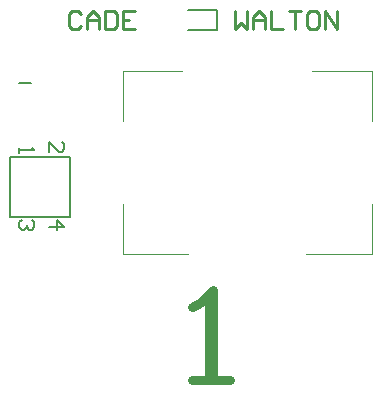
<source format=gto>
G04*
G04 #@! TF.GenerationSoftware,Altium Limited,Altium Designer,18.1.7 (191)*
G04*
G04 Layer_Color=65535*
%FSLAX25Y25*%
%MOIN*%
G70*
G01*
G75*
%ADD10C,0.00394*%
%ADD11C,0.00787*%
%ADD12C,0.00800*%
%ADD13C,0.01000*%
%ADD14C,0.03000*%
D10*
X280142Y336488D02*
X301815D01*
X279965Y353221D02*
X280142Y336488D01*
X279965Y380780D02*
Y397512D01*
X299847D01*
X341185Y336488D02*
X363035D01*
Y353221D01*
Y380780D02*
Y397512D01*
X343154D02*
X363035D01*
D11*
X242500Y349000D02*
Y369000D01*
Y349000D02*
X262500D01*
X242500Y369000D02*
X262500D01*
Y349000D02*
Y369000D01*
X301850Y411252D02*
X311299D01*
Y417748D01*
X301850D02*
X311299D01*
X245433Y393500D02*
X249567D01*
D12*
X249665Y348000D02*
X250498Y347167D01*
Y345501D01*
X249665Y344668D01*
X248832D01*
X247999Y345501D01*
Y346334D01*
Y345501D01*
X247166Y344668D01*
X246333D01*
X245500Y345501D01*
Y347167D01*
X246333Y348000D01*
X255500Y345501D02*
X260498D01*
X257999Y348000D01*
Y344668D01*
X255500Y370668D02*
Y374000D01*
X258832Y370668D01*
X259665D01*
X260498Y371501D01*
Y373167D01*
X259665Y374000D01*
X245500Y372000D02*
Y370334D01*
Y371167D01*
X250498D01*
X249665Y372000D01*
D13*
X317500Y417498D02*
Y411500D01*
X319499Y413499D01*
X321499Y411500D01*
Y417498D01*
X323498Y411500D02*
Y415499D01*
X325497Y417498D01*
X327497Y415499D01*
Y411500D01*
Y414499D01*
X323498D01*
X329496Y417498D02*
Y411500D01*
X333495D01*
X335494Y417498D02*
X339493D01*
X337493D01*
Y411500D01*
X344491Y417498D02*
X342492D01*
X341492Y416498D01*
Y412500D01*
X342492Y411500D01*
X344491D01*
X345491Y412500D01*
Y416498D01*
X344491Y417498D01*
X347490Y411500D02*
Y417498D01*
X351489Y411500D01*
Y417498D01*
X265999Y416498D02*
X264999Y417498D01*
X263000D01*
X262000Y416498D01*
Y412500D01*
X263000Y411500D01*
X264999D01*
X265999Y412500D01*
X267998Y411500D02*
Y415499D01*
X269997Y417498D01*
X271997Y415499D01*
Y411500D01*
Y414499D01*
X267998D01*
X273996Y417498D02*
Y411500D01*
X276995D01*
X277995Y412500D01*
Y416498D01*
X276995Y417498D01*
X273996D01*
X283993D02*
X279994D01*
Y411500D01*
X283993D01*
X279994Y414499D02*
X281994D01*
D14*
X303000Y318780D02*
X305856Y320209D01*
X310141Y324494D01*
Y294500D01*
X308713Y323065D02*
Y294500D01*
X303000D02*
X315854D01*
M02*

</source>
